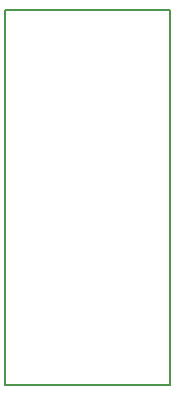
<source format=gbr>
G04 #@! TF.GenerationSoftware,KiCad,Pcbnew,(5.0.0)*
G04 #@! TF.CreationDate,2018-10-07T14:33:42+02:00*
G04 #@! TF.ProjectId,LED-panel,4C45442D70616E656C2E6B696361645F,rev?*
G04 #@! TF.SameCoordinates,Original*
G04 #@! TF.FileFunction,Profile,NP*
%FSLAX46Y46*%
G04 Gerber Fmt 4.6, Leading zero omitted, Abs format (unit mm)*
G04 Created by KiCad (PCBNEW (5.0.0)) date 10/07/18 14:33:42*
%MOMM*%
%LPD*%
G01*
G04 APERTURE LIST*
%ADD10C,0.200000*%
G04 APERTURE END LIST*
D10*
X23495000Y-65405000D02*
X23495000Y-33655000D01*
X37465000Y-65405000D02*
X23495000Y-65405000D01*
X37465000Y-33655000D02*
X37465000Y-65405000D01*
X23495000Y-33655000D02*
X37465000Y-33655000D01*
M02*

</source>
